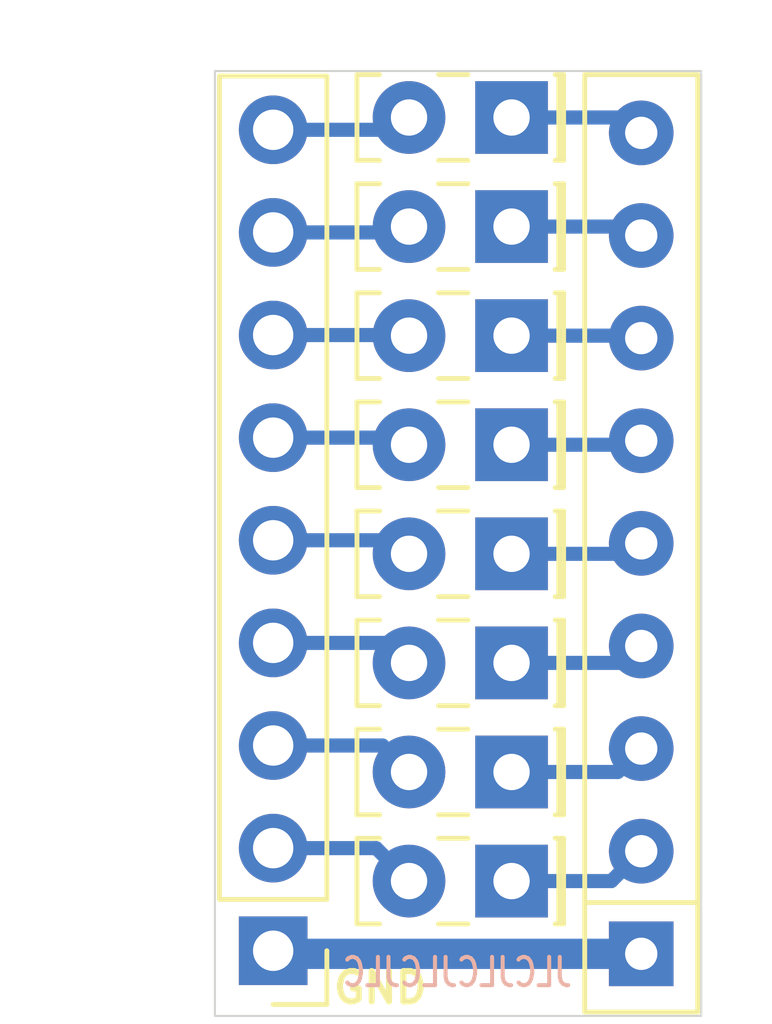
<source format=kicad_pcb>
(kicad_pcb (version 20171130) (host pcbnew "(5.1.10-1-10_14)")

  (general
    (thickness 1.6)
    (drawings 6)
    (tracks 34)
    (zones 0)
    (modules 10)
    (nets 18)
  )

  (page A4)
  (layers
    (0 F.Cu signal)
    (31 B.Cu signal)
    (32 B.Adhes user)
    (33 F.Adhes user)
    (34 B.Paste user)
    (35 F.Paste user)
    (36 B.SilkS user)
    (37 F.SilkS user)
    (38 B.Mask user)
    (39 F.Mask user)
    (40 Dwgs.User user)
    (41 Cmts.User user)
    (42 Eco1.User user)
    (43 Eco2.User user)
    (44 Edge.Cuts user)
    (45 Margin user)
    (46 B.CrtYd user)
    (47 F.CrtYd user)
    (48 B.Fab user)
    (49 F.Fab user)
  )

  (setup
    (last_trace_width 0.35)
    (trace_clearance 0.2)
    (zone_clearance 0.508)
    (zone_45_only no)
    (trace_min 0.2)
    (via_size 0.8)
    (via_drill 0.4)
    (via_min_size 0.4)
    (via_min_drill 0.3)
    (uvia_size 0.3)
    (uvia_drill 0.1)
    (uvias_allowed no)
    (uvia_min_size 0.2)
    (uvia_min_drill 0.1)
    (edge_width 0.05)
    (segment_width 0.2)
    (pcb_text_width 0.3)
    (pcb_text_size 1.5 1.5)
    (mod_edge_width 0.12)
    (mod_text_size 1 1)
    (mod_text_width 0.15)
    (pad_size 1.524 1.524)
    (pad_drill 0.762)
    (pad_to_mask_clearance 0)
    (aux_axis_origin 0 0)
    (visible_elements FFFFFF7F)
    (pcbplotparams
      (layerselection 0x010fc_ffffffff)
      (usegerberextensions false)
      (usegerberattributes true)
      (usegerberadvancedattributes true)
      (creategerberjobfile true)
      (excludeedgelayer true)
      (linewidth 0.100000)
      (plotframeref false)
      (viasonmask false)
      (mode 1)
      (useauxorigin false)
      (hpglpennumber 1)
      (hpglpenspeed 20)
      (hpglpendiameter 15.000000)
      (psnegative false)
      (psa4output false)
      (plotreference true)
      (plotvalue true)
      (plotinvisibletext false)
      (padsonsilk false)
      (subtractmaskfromsilk false)
      (outputformat 1)
      (mirror false)
      (drillshape 0)
      (scaleselection 1)
      (outputdirectory "gerber_v1.2"))
  )

  (net 0 "")
  (net 1 "Net-(D1-Pad1)")
  (net 2 "Net-(D1-Pad2)")
  (net 3 "Net-(D2-Pad2)")
  (net 4 "Net-(D2-Pad1)")
  (net 5 "Net-(D3-Pad1)")
  (net 6 "Net-(D3-Pad2)")
  (net 7 "Net-(D4-Pad2)")
  (net 8 "Net-(D4-Pad1)")
  (net 9 "Net-(D5-Pad1)")
  (net 10 "Net-(D5-Pad2)")
  (net 11 "Net-(D6-Pad2)")
  (net 12 "Net-(D6-Pad1)")
  (net 13 "Net-(D7-Pad1)")
  (net 14 "Net-(D7-Pad2)")
  (net 15 "Net-(D8-Pad2)")
  (net 16 "Net-(D8-Pad1)")
  (net 17 "Net-(J1-Pad1)")

  (net_class Default "This is the default net class."
    (clearance 0.2)
    (trace_width 0.35)
    (via_dia 0.8)
    (via_drill 0.4)
    (uvia_dia 0.3)
    (uvia_drill 0.1)
    (add_net "Net-(D1-Pad1)")
    (add_net "Net-(D1-Pad2)")
    (add_net "Net-(D2-Pad1)")
    (add_net "Net-(D2-Pad2)")
    (add_net "Net-(D3-Pad1)")
    (add_net "Net-(D3-Pad2)")
    (add_net "Net-(D4-Pad1)")
    (add_net "Net-(D4-Pad2)")
    (add_net "Net-(D5-Pad1)")
    (add_net "Net-(D5-Pad2)")
    (add_net "Net-(D6-Pad1)")
    (add_net "Net-(D6-Pad2)")
    (add_net "Net-(D7-Pad1)")
    (add_net "Net-(D7-Pad2)")
    (add_net "Net-(D8-Pad1)")
    (add_net "Net-(D8-Pad2)")
    (add_net "Net-(J1-Pad1)")
  )

  (module LED_THT:LED_Rectangular_W5.0mm_H2.0mm (layer F.Cu) (tedit 587A3A7B) (tstamp 60DD297D)
    (at 150 100 180)
    (descr "LED_Rectangular, Rectangular,  Rectangular size 5.0x2.0mm^2, 2 pins, http://www.kingbright.com/attachments/file/psearch/000/00/00/L-169XCGDK(Ver.9B).pdf")
    (tags "LED_Rectangular Rectangular  Rectangular size 5.0x2.0mm^2 2 pins")
    (path /60DCC8E5)
    (fp_text reference D1 (at 4.966 0.0256) (layer F.SilkS) hide
      (effects (font (size 1 1) (thickness 0.15)))
    )
    (fp_text value LED (at 1.27 2.06) (layer F.Fab)
      (effects (font (size 1 1) (thickness 0.15)))
    )
    (fp_line (start 4.1 -1.35) (end -1.55 -1.35) (layer F.CrtYd) (width 0.05))
    (fp_line (start 4.1 1.35) (end 4.1 -1.35) (layer F.CrtYd) (width 0.05))
    (fp_line (start -1.55 1.35) (end 4.1 1.35) (layer F.CrtYd) (width 0.05))
    (fp_line (start -1.55 -1.35) (end -1.55 1.35) (layer F.CrtYd) (width 0.05))
    (fp_line (start -1.17 -1.06) (end -1.17 1.06) (layer F.SilkS) (width 0.12))
    (fp_line (start 3.83 -1.06) (end 3.83 1.06) (layer F.SilkS) (width 0.12))
    (fp_line (start -1.29 -1.06) (end -1.29 1.06) (layer F.SilkS) (width 0.12))
    (fp_line (start 3.27 1.06) (end 3.83 1.06) (layer F.SilkS) (width 0.12))
    (fp_line (start 1.08 1.06) (end 1.811 1.06) (layer F.SilkS) (width 0.12))
    (fp_line (start -1.29 1.06) (end -1.08 1.06) (layer F.SilkS) (width 0.12))
    (fp_line (start 3.27 -1.06) (end 3.83 -1.06) (layer F.SilkS) (width 0.12))
    (fp_line (start 1.08 -1.06) (end 1.811 -1.06) (layer F.SilkS) (width 0.12))
    (fp_line (start -1.29 -1.06) (end -1.08 -1.06) (layer F.SilkS) (width 0.12))
    (fp_line (start 3.77 -1) (end -1.23 -1) (layer F.Fab) (width 0.1))
    (fp_line (start 3.77 1) (end 3.77 -1) (layer F.Fab) (width 0.1))
    (fp_line (start -1.23 1) (end 3.77 1) (layer F.Fab) (width 0.1))
    (fp_line (start -1.23 -1) (end -1.23 1) (layer F.Fab) (width 0.1))
    (pad 1 thru_hole rect (at 0 0 180) (size 1.8 1.8) (drill 0.9) (layers *.Cu *.Mask)
      (net 1 "Net-(D1-Pad1)"))
    (pad 2 thru_hole circle (at 2.54 0 180) (size 1.8 1.8) (drill 0.9) (layers *.Cu *.Mask)
      (net 2 "Net-(D1-Pad2)"))
    (model ${KISYS3DMOD}/LED_THT.3dshapes/LED_Rectangular_W5.0mm_H2.0mm.wrl
      (at (xyz 0 0 0))
      (scale (xyz 1 1 1))
      (rotate (xyz 0 0 0))
    )
  )

  (module LED_THT:LED_Rectangular_W5.0mm_H2.0mm (layer F.Cu) (tedit 587A3A7B) (tstamp 60DD3900)
    (at 150 102.7 180)
    (descr "LED_Rectangular, Rectangular,  Rectangular size 5.0x2.0mm^2, 2 pins, http://www.kingbright.com/attachments/file/psearch/000/00/00/L-169XCGDK(Ver.9B).pdf")
    (tags "LED_Rectangular Rectangular  Rectangular size 5.0x2.0mm^2 2 pins")
    (path /60DCE241)
    (fp_text reference D2 (at 1.27 -2.06) (layer F.SilkS) hide
      (effects (font (size 1 1) (thickness 0.15)))
    )
    (fp_text value LED (at 1.27 2.06) (layer F.Fab)
      (effects (font (size 1 1) (thickness 0.15)))
    )
    (fp_line (start -1.23 -1) (end -1.23 1) (layer F.Fab) (width 0.1))
    (fp_line (start -1.23 1) (end 3.77 1) (layer F.Fab) (width 0.1))
    (fp_line (start 3.77 1) (end 3.77 -1) (layer F.Fab) (width 0.1))
    (fp_line (start 3.77 -1) (end -1.23 -1) (layer F.Fab) (width 0.1))
    (fp_line (start -1.29 -1.06) (end -1.08 -1.06) (layer F.SilkS) (width 0.12))
    (fp_line (start 1.08 -1.06) (end 1.811 -1.06) (layer F.SilkS) (width 0.12))
    (fp_line (start 3.27 -1.06) (end 3.83 -1.06) (layer F.SilkS) (width 0.12))
    (fp_line (start -1.29 1.06) (end -1.08 1.06) (layer F.SilkS) (width 0.12))
    (fp_line (start 1.08 1.06) (end 1.811 1.06) (layer F.SilkS) (width 0.12))
    (fp_line (start 3.27 1.06) (end 3.83 1.06) (layer F.SilkS) (width 0.12))
    (fp_line (start -1.29 -1.06) (end -1.29 1.06) (layer F.SilkS) (width 0.12))
    (fp_line (start 3.83 -1.06) (end 3.83 1.06) (layer F.SilkS) (width 0.12))
    (fp_line (start -1.17 -1.06) (end -1.17 1.06) (layer F.SilkS) (width 0.12))
    (fp_line (start -1.55 -1.35) (end -1.55 1.35) (layer F.CrtYd) (width 0.05))
    (fp_line (start -1.55 1.35) (end 4.1 1.35) (layer F.CrtYd) (width 0.05))
    (fp_line (start 4.1 1.35) (end 4.1 -1.35) (layer F.CrtYd) (width 0.05))
    (fp_line (start 4.1 -1.35) (end -1.55 -1.35) (layer F.CrtYd) (width 0.05))
    (pad 2 thru_hole circle (at 2.54 0 180) (size 1.8 1.8) (drill 0.9) (layers *.Cu *.Mask)
      (net 3 "Net-(D2-Pad2)"))
    (pad 1 thru_hole rect (at 0 0 180) (size 1.8 1.8) (drill 0.9) (layers *.Cu *.Mask)
      (net 4 "Net-(D2-Pad1)"))
    (model ${KISYS3DMOD}/LED_THT.3dshapes/LED_Rectangular_W5.0mm_H2.0mm.wrl
      (at (xyz 0 0 0))
      (scale (xyz 1 1 1))
      (rotate (xyz 0 0 0))
    )
  )

  (module LED_THT:LED_Rectangular_W5.0mm_H2.0mm (layer F.Cu) (tedit 587A3A7B) (tstamp 60DD29AB)
    (at 150 105.4 180)
    (descr "LED_Rectangular, Rectangular,  Rectangular size 5.0x2.0mm^2, 2 pins, http://www.kingbright.com/attachments/file/psearch/000/00/00/L-169XCGDK(Ver.9B).pdf")
    (tags "LED_Rectangular Rectangular  Rectangular size 5.0x2.0mm^2 2 pins")
    (path /60DCEAFD)
    (fp_text reference D3 (at 1.27 -2.06) (layer F.SilkS) hide
      (effects (font (size 1 1) (thickness 0.15)))
    )
    (fp_text value LED (at 1.27 2.06) (layer F.Fab)
      (effects (font (size 1 1) (thickness 0.15)))
    )
    (fp_line (start 4.1 -1.35) (end -1.55 -1.35) (layer F.CrtYd) (width 0.05))
    (fp_line (start 4.1 1.35) (end 4.1 -1.35) (layer F.CrtYd) (width 0.05))
    (fp_line (start -1.55 1.35) (end 4.1 1.35) (layer F.CrtYd) (width 0.05))
    (fp_line (start -1.55 -1.35) (end -1.55 1.35) (layer F.CrtYd) (width 0.05))
    (fp_line (start -1.17 -1.06) (end -1.17 1.06) (layer F.SilkS) (width 0.12))
    (fp_line (start 3.83 -1.06) (end 3.83 1.06) (layer F.SilkS) (width 0.12))
    (fp_line (start -1.29 -1.06) (end -1.29 1.06) (layer F.SilkS) (width 0.12))
    (fp_line (start 3.27 1.06) (end 3.83 1.06) (layer F.SilkS) (width 0.12))
    (fp_line (start 1.08 1.06) (end 1.811 1.06) (layer F.SilkS) (width 0.12))
    (fp_line (start -1.29 1.06) (end -1.08 1.06) (layer F.SilkS) (width 0.12))
    (fp_line (start 3.27 -1.06) (end 3.83 -1.06) (layer F.SilkS) (width 0.12))
    (fp_line (start 1.08 -1.06) (end 1.811 -1.06) (layer F.SilkS) (width 0.12))
    (fp_line (start -1.29 -1.06) (end -1.08 -1.06) (layer F.SilkS) (width 0.12))
    (fp_line (start 3.77 -1) (end -1.23 -1) (layer F.Fab) (width 0.1))
    (fp_line (start 3.77 1) (end 3.77 -1) (layer F.Fab) (width 0.1))
    (fp_line (start -1.23 1) (end 3.77 1) (layer F.Fab) (width 0.1))
    (fp_line (start -1.23 -1) (end -1.23 1) (layer F.Fab) (width 0.1))
    (pad 1 thru_hole rect (at 0 0 180) (size 1.8 1.8) (drill 0.9) (layers *.Cu *.Mask)
      (net 5 "Net-(D3-Pad1)"))
    (pad 2 thru_hole circle (at 2.54 0 180) (size 1.8 1.8) (drill 0.9) (layers *.Cu *.Mask)
      (net 6 "Net-(D3-Pad2)"))
    (model ${KISYS3DMOD}/LED_THT.3dshapes/LED_Rectangular_W5.0mm_H2.0mm.wrl
      (at (xyz 0 0 0))
      (scale (xyz 1 1 1))
      (rotate (xyz 0 0 0))
    )
  )

  (module LED_THT:LED_Rectangular_W5.0mm_H2.0mm (layer F.Cu) (tedit 587A3A7B) (tstamp 60DD29C2)
    (at 150 108.1 180)
    (descr "LED_Rectangular, Rectangular,  Rectangular size 5.0x2.0mm^2, 2 pins, http://www.kingbright.com/attachments/file/psearch/000/00/00/L-169XCGDK(Ver.9B).pdf")
    (tags "LED_Rectangular Rectangular  Rectangular size 5.0x2.0mm^2 2 pins")
    (path /60DCF1D9)
    (fp_text reference D4 (at 1.27 -2.06) (layer F.SilkS) hide
      (effects (font (size 1 1) (thickness 0.15)))
    )
    (fp_text value LED (at 1.27 2.06) (layer F.Fab)
      (effects (font (size 1 1) (thickness 0.15)))
    )
    (fp_line (start -1.23 -1) (end -1.23 1) (layer F.Fab) (width 0.1))
    (fp_line (start -1.23 1) (end 3.77 1) (layer F.Fab) (width 0.1))
    (fp_line (start 3.77 1) (end 3.77 -1) (layer F.Fab) (width 0.1))
    (fp_line (start 3.77 -1) (end -1.23 -1) (layer F.Fab) (width 0.1))
    (fp_line (start -1.29 -1.06) (end -1.08 -1.06) (layer F.SilkS) (width 0.12))
    (fp_line (start 1.08 -1.06) (end 1.811 -1.06) (layer F.SilkS) (width 0.12))
    (fp_line (start 3.27 -1.06) (end 3.83 -1.06) (layer F.SilkS) (width 0.12))
    (fp_line (start -1.29 1.06) (end -1.08 1.06) (layer F.SilkS) (width 0.12))
    (fp_line (start 1.08 1.06) (end 1.811 1.06) (layer F.SilkS) (width 0.12))
    (fp_line (start 3.27 1.06) (end 3.83 1.06) (layer F.SilkS) (width 0.12))
    (fp_line (start -1.29 -1.06) (end -1.29 1.06) (layer F.SilkS) (width 0.12))
    (fp_line (start 3.83 -1.06) (end 3.83 1.06) (layer F.SilkS) (width 0.12))
    (fp_line (start -1.17 -1.06) (end -1.17 1.06) (layer F.SilkS) (width 0.12))
    (fp_line (start -1.55 -1.35) (end -1.55 1.35) (layer F.CrtYd) (width 0.05))
    (fp_line (start -1.55 1.35) (end 4.1 1.35) (layer F.CrtYd) (width 0.05))
    (fp_line (start 4.1 1.35) (end 4.1 -1.35) (layer F.CrtYd) (width 0.05))
    (fp_line (start 4.1 -1.35) (end -1.55 -1.35) (layer F.CrtYd) (width 0.05))
    (pad 2 thru_hole circle (at 2.54 0 180) (size 1.8 1.8) (drill 0.9) (layers *.Cu *.Mask)
      (net 7 "Net-(D4-Pad2)"))
    (pad 1 thru_hole rect (at 0 0 180) (size 1.8 1.8) (drill 0.9) (layers *.Cu *.Mask)
      (net 8 "Net-(D4-Pad1)"))
    (model ${KISYS3DMOD}/LED_THT.3dshapes/LED_Rectangular_W5.0mm_H2.0mm.wrl
      (at (xyz 0 0 0))
      (scale (xyz 1 1 1))
      (rotate (xyz 0 0 0))
    )
  )

  (module LED_THT:LED_Rectangular_W5.0mm_H2.0mm (layer F.Cu) (tedit 587A3A7B) (tstamp 60DD29D9)
    (at 150 110.8 180)
    (descr "LED_Rectangular, Rectangular,  Rectangular size 5.0x2.0mm^2, 2 pins, http://www.kingbright.com/attachments/file/psearch/000/00/00/L-169XCGDK(Ver.9B).pdf")
    (tags "LED_Rectangular Rectangular  Rectangular size 5.0x2.0mm^2 2 pins")
    (path /60DD3AAB)
    (fp_text reference D5 (at 1.27 -2.06) (layer F.SilkS) hide
      (effects (font (size 1 1) (thickness 0.15)))
    )
    (fp_text value LED (at 1.27 2.06) (layer F.Fab)
      (effects (font (size 1 1) (thickness 0.15)))
    )
    (fp_line (start 4.1 -1.35) (end -1.55 -1.35) (layer F.CrtYd) (width 0.05))
    (fp_line (start 4.1 1.35) (end 4.1 -1.35) (layer F.CrtYd) (width 0.05))
    (fp_line (start -1.55 1.35) (end 4.1 1.35) (layer F.CrtYd) (width 0.05))
    (fp_line (start -1.55 -1.35) (end -1.55 1.35) (layer F.CrtYd) (width 0.05))
    (fp_line (start -1.17 -1.06) (end -1.17 1.06) (layer F.SilkS) (width 0.12))
    (fp_line (start 3.83 -1.06) (end 3.83 1.06) (layer F.SilkS) (width 0.12))
    (fp_line (start -1.29 -1.06) (end -1.29 1.06) (layer F.SilkS) (width 0.12))
    (fp_line (start 3.27 1.06) (end 3.83 1.06) (layer F.SilkS) (width 0.12))
    (fp_line (start 1.08 1.06) (end 1.811 1.06) (layer F.SilkS) (width 0.12))
    (fp_line (start -1.29 1.06) (end -1.08 1.06) (layer F.SilkS) (width 0.12))
    (fp_line (start 3.27 -1.06) (end 3.83 -1.06) (layer F.SilkS) (width 0.12))
    (fp_line (start 1.08 -1.06) (end 1.811 -1.06) (layer F.SilkS) (width 0.12))
    (fp_line (start -1.29 -1.06) (end -1.08 -1.06) (layer F.SilkS) (width 0.12))
    (fp_line (start 3.77 -1) (end -1.23 -1) (layer F.Fab) (width 0.1))
    (fp_line (start 3.77 1) (end 3.77 -1) (layer F.Fab) (width 0.1))
    (fp_line (start -1.23 1) (end 3.77 1) (layer F.Fab) (width 0.1))
    (fp_line (start -1.23 -1) (end -1.23 1) (layer F.Fab) (width 0.1))
    (pad 1 thru_hole rect (at 0 0 180) (size 1.8 1.8) (drill 0.9) (layers *.Cu *.Mask)
      (net 9 "Net-(D5-Pad1)"))
    (pad 2 thru_hole circle (at 2.54 0 180) (size 1.8 1.8) (drill 0.9) (layers *.Cu *.Mask)
      (net 10 "Net-(D5-Pad2)"))
    (model ${KISYS3DMOD}/LED_THT.3dshapes/LED_Rectangular_W5.0mm_H2.0mm.wrl
      (at (xyz 0 0 0))
      (scale (xyz 1 1 1))
      (rotate (xyz 0 0 0))
    )
  )

  (module LED_THT:LED_Rectangular_W5.0mm_H2.0mm (layer F.Cu) (tedit 587A3A7B) (tstamp 60DD29F0)
    (at 150 113.5 180)
    (descr "LED_Rectangular, Rectangular,  Rectangular size 5.0x2.0mm^2, 2 pins, http://www.kingbright.com/attachments/file/psearch/000/00/00/L-169XCGDK(Ver.9B).pdf")
    (tags "LED_Rectangular Rectangular  Rectangular size 5.0x2.0mm^2 2 pins")
    (path /60DD3AB1)
    (fp_text reference D6 (at 1.27 -2.06) (layer F.SilkS) hide
      (effects (font (size 1 1) (thickness 0.15)))
    )
    (fp_text value LED (at 1.27 2.06) (layer F.Fab)
      (effects (font (size 1 1) (thickness 0.15)))
    )
    (fp_line (start -1.23 -1) (end -1.23 1) (layer F.Fab) (width 0.1))
    (fp_line (start -1.23 1) (end 3.77 1) (layer F.Fab) (width 0.1))
    (fp_line (start 3.77 1) (end 3.77 -1) (layer F.Fab) (width 0.1))
    (fp_line (start 3.77 -1) (end -1.23 -1) (layer F.Fab) (width 0.1))
    (fp_line (start -1.29 -1.06) (end -1.08 -1.06) (layer F.SilkS) (width 0.12))
    (fp_line (start 1.08 -1.06) (end 1.811 -1.06) (layer F.SilkS) (width 0.12))
    (fp_line (start 3.27 -1.06) (end 3.83 -1.06) (layer F.SilkS) (width 0.12))
    (fp_line (start -1.29 1.06) (end -1.08 1.06) (layer F.SilkS) (width 0.12))
    (fp_line (start 1.08 1.06) (end 1.811 1.06) (layer F.SilkS) (width 0.12))
    (fp_line (start 3.27 1.06) (end 3.83 1.06) (layer F.SilkS) (width 0.12))
    (fp_line (start -1.29 -1.06) (end -1.29 1.06) (layer F.SilkS) (width 0.12))
    (fp_line (start 3.83 -1.06) (end 3.83 1.06) (layer F.SilkS) (width 0.12))
    (fp_line (start -1.17 -1.06) (end -1.17 1.06) (layer F.SilkS) (width 0.12))
    (fp_line (start -1.55 -1.35) (end -1.55 1.35) (layer F.CrtYd) (width 0.05))
    (fp_line (start -1.55 1.35) (end 4.1 1.35) (layer F.CrtYd) (width 0.05))
    (fp_line (start 4.1 1.35) (end 4.1 -1.35) (layer F.CrtYd) (width 0.05))
    (fp_line (start 4.1 -1.35) (end -1.55 -1.35) (layer F.CrtYd) (width 0.05))
    (pad 2 thru_hole circle (at 2.54 0 180) (size 1.8 1.8) (drill 0.9) (layers *.Cu *.Mask)
      (net 11 "Net-(D6-Pad2)"))
    (pad 1 thru_hole rect (at 0 0 180) (size 1.8 1.8) (drill 0.9) (layers *.Cu *.Mask)
      (net 12 "Net-(D6-Pad1)"))
    (model ${KISYS3DMOD}/LED_THT.3dshapes/LED_Rectangular_W5.0mm_H2.0mm.wrl
      (at (xyz 0 0 0))
      (scale (xyz 1 1 1))
      (rotate (xyz 0 0 0))
    )
  )

  (module LED_THT:LED_Rectangular_W5.0mm_H2.0mm (layer F.Cu) (tedit 587A3A7B) (tstamp 60DD2A07)
    (at 150 116.2 180)
    (descr "LED_Rectangular, Rectangular,  Rectangular size 5.0x2.0mm^2, 2 pins, http://www.kingbright.com/attachments/file/psearch/000/00/00/L-169XCGDK(Ver.9B).pdf")
    (tags "LED_Rectangular Rectangular  Rectangular size 5.0x2.0mm^2 2 pins")
    (path /60DD3AB7)
    (fp_text reference D7 (at 1.27 -2.06) (layer F.SilkS) hide
      (effects (font (size 1 1) (thickness 0.15)))
    )
    (fp_text value LED (at 1.27 2.06) (layer F.Fab)
      (effects (font (size 1 1) (thickness 0.15)))
    )
    (fp_line (start 4.1 -1.35) (end -1.55 -1.35) (layer F.CrtYd) (width 0.05))
    (fp_line (start 4.1 1.35) (end 4.1 -1.35) (layer F.CrtYd) (width 0.05))
    (fp_line (start -1.55 1.35) (end 4.1 1.35) (layer F.CrtYd) (width 0.05))
    (fp_line (start -1.55 -1.35) (end -1.55 1.35) (layer F.CrtYd) (width 0.05))
    (fp_line (start -1.17 -1.06) (end -1.17 1.06) (layer F.SilkS) (width 0.12))
    (fp_line (start 3.83 -1.06) (end 3.83 1.06) (layer F.SilkS) (width 0.12))
    (fp_line (start -1.29 -1.06) (end -1.29 1.06) (layer F.SilkS) (width 0.12))
    (fp_line (start 3.27 1.06) (end 3.83 1.06) (layer F.SilkS) (width 0.12))
    (fp_line (start 1.08 1.06) (end 1.811 1.06) (layer F.SilkS) (width 0.12))
    (fp_line (start -1.29 1.06) (end -1.08 1.06) (layer F.SilkS) (width 0.12))
    (fp_line (start 3.27 -1.06) (end 3.83 -1.06) (layer F.SilkS) (width 0.12))
    (fp_line (start 1.08 -1.06) (end 1.811 -1.06) (layer F.SilkS) (width 0.12))
    (fp_line (start -1.29 -1.06) (end -1.08 -1.06) (layer F.SilkS) (width 0.12))
    (fp_line (start 3.77 -1) (end -1.23 -1) (layer F.Fab) (width 0.1))
    (fp_line (start 3.77 1) (end 3.77 -1) (layer F.Fab) (width 0.1))
    (fp_line (start -1.23 1) (end 3.77 1) (layer F.Fab) (width 0.1))
    (fp_line (start -1.23 -1) (end -1.23 1) (layer F.Fab) (width 0.1))
    (pad 1 thru_hole rect (at 0 0 180) (size 1.8 1.8) (drill 0.9) (layers *.Cu *.Mask)
      (net 13 "Net-(D7-Pad1)"))
    (pad 2 thru_hole circle (at 2.54 0 180) (size 1.8 1.8) (drill 0.9) (layers *.Cu *.Mask)
      (net 14 "Net-(D7-Pad2)"))
    (model ${KISYS3DMOD}/LED_THT.3dshapes/LED_Rectangular_W5.0mm_H2.0mm.wrl
      (at (xyz 0 0 0))
      (scale (xyz 1 1 1))
      (rotate (xyz 0 0 0))
    )
  )

  (module LED_THT:LED_Rectangular_W5.0mm_H2.0mm (layer F.Cu) (tedit 587A3A7B) (tstamp 60DD2A1E)
    (at 150 118.9 180)
    (descr "LED_Rectangular, Rectangular,  Rectangular size 5.0x2.0mm^2, 2 pins, http://www.kingbright.com/attachments/file/psearch/000/00/00/L-169XCGDK(Ver.9B).pdf")
    (tags "LED_Rectangular Rectangular  Rectangular size 5.0x2.0mm^2 2 pins")
    (path /60DD3ABD)
    (fp_text reference D8 (at 1.27 -2.06) (layer F.SilkS) hide
      (effects (font (size 1 1) (thickness 0.15)))
    )
    (fp_text value LED (at 1.27 2.06) (layer F.Fab)
      (effects (font (size 1 1) (thickness 0.15)))
    )
    (fp_line (start -1.23 -1) (end -1.23 1) (layer F.Fab) (width 0.1))
    (fp_line (start -1.23 1) (end 3.77 1) (layer F.Fab) (width 0.1))
    (fp_line (start 3.77 1) (end 3.77 -1) (layer F.Fab) (width 0.1))
    (fp_line (start 3.77 -1) (end -1.23 -1) (layer F.Fab) (width 0.1))
    (fp_line (start -1.29 -1.06) (end -1.08 -1.06) (layer F.SilkS) (width 0.12))
    (fp_line (start 1.08 -1.06) (end 1.811 -1.06) (layer F.SilkS) (width 0.12))
    (fp_line (start 3.27 -1.06) (end 3.83 -1.06) (layer F.SilkS) (width 0.12))
    (fp_line (start -1.29 1.06) (end -1.08 1.06) (layer F.SilkS) (width 0.12))
    (fp_line (start 1.08 1.06) (end 1.811 1.06) (layer F.SilkS) (width 0.12))
    (fp_line (start 3.27 1.06) (end 3.83 1.06) (layer F.SilkS) (width 0.12))
    (fp_line (start -1.29 -1.06) (end -1.29 1.06) (layer F.SilkS) (width 0.12))
    (fp_line (start 3.83 -1.06) (end 3.83 1.06) (layer F.SilkS) (width 0.12))
    (fp_line (start -1.17 -1.06) (end -1.17 1.06) (layer F.SilkS) (width 0.12))
    (fp_line (start -1.55 -1.35) (end -1.55 1.35) (layer F.CrtYd) (width 0.05))
    (fp_line (start -1.55 1.35) (end 4.1 1.35) (layer F.CrtYd) (width 0.05))
    (fp_line (start 4.1 1.35) (end 4.1 -1.35) (layer F.CrtYd) (width 0.05))
    (fp_line (start 4.1 -1.35) (end -1.55 -1.35) (layer F.CrtYd) (width 0.05))
    (pad 2 thru_hole circle (at 2.54 0 180) (size 1.8 1.8) (drill 0.9) (layers *.Cu *.Mask)
      (net 15 "Net-(D8-Pad2)"))
    (pad 1 thru_hole rect (at 0 0 180) (size 1.8 1.8) (drill 0.9) (layers *.Cu *.Mask)
      (net 16 "Net-(D8-Pad1)"))
    (model ${KISYS3DMOD}/LED_THT.3dshapes/LED_Rectangular_W5.0mm_H2.0mm.wrl
      (at (xyz 0 0 0))
      (scale (xyz 1 1 1))
      (rotate (xyz 0 0 0))
    )
  )

  (module Connector_PinHeader_2.54mm:PinHeader_1x09_P2.54mm_Vertical (layer F.Cu) (tedit 59FED5CC) (tstamp 60DD2A3B)
    (at 144.0942 120.6246 180)
    (descr "Through hole straight pin header, 1x09, 2.54mm pitch, single row")
    (tags "Through hole pin header THT 1x09 2.54mm single row")
    (path /60DE3227)
    (fp_text reference J1 (at 0 -2.33) (layer F.SilkS) hide
      (effects (font (size 1 1) (thickness 0.15)))
    )
    (fp_text value Conn_01x09_Male (at 0 22.65) (layer F.Fab)
      (effects (font (size 1 1) (thickness 0.15)))
    )
    (fp_line (start 1.8 -1.8) (end -1.8 -1.8) (layer F.CrtYd) (width 0.05))
    (fp_line (start 1.8 22.1) (end 1.8 -1.8) (layer F.CrtYd) (width 0.05))
    (fp_line (start -1.8 22.1) (end 1.8 22.1) (layer F.CrtYd) (width 0.05))
    (fp_line (start -1.8 -1.8) (end -1.8 22.1) (layer F.CrtYd) (width 0.05))
    (fp_line (start -1.33 -1.33) (end 0 -1.33) (layer F.SilkS) (width 0.12))
    (fp_line (start -1.33 0) (end -1.33 -1.33) (layer F.SilkS) (width 0.12))
    (fp_line (start -1.33 1.27) (end 1.33 1.27) (layer F.SilkS) (width 0.12))
    (fp_line (start 1.33 1.27) (end 1.33 21.65) (layer F.SilkS) (width 0.12))
    (fp_line (start -1.33 1.27) (end -1.33 21.65) (layer F.SilkS) (width 0.12))
    (fp_line (start -1.33 21.65) (end 1.33 21.65) (layer F.SilkS) (width 0.12))
    (fp_line (start -1.27 -0.635) (end -0.635 -1.27) (layer F.Fab) (width 0.1))
    (fp_line (start -1.27 21.59) (end -1.27 -0.635) (layer F.Fab) (width 0.1))
    (fp_line (start 1.27 21.59) (end -1.27 21.59) (layer F.Fab) (width 0.1))
    (fp_line (start 1.27 -1.27) (end 1.27 21.59) (layer F.Fab) (width 0.1))
    (fp_line (start -0.635 -1.27) (end 1.27 -1.27) (layer F.Fab) (width 0.1))
    (fp_text user %R (at 0 10.16 90) (layer F.Fab)
      (effects (font (size 1 1) (thickness 0.15)))
    )
    (pad 1 thru_hole rect (at 0 0 180) (size 1.7 1.7) (drill 1) (layers *.Cu *.Mask)
      (net 17 "Net-(J1-Pad1)"))
    (pad 2 thru_hole oval (at 0 2.54 180) (size 1.7 1.7) (drill 1) (layers *.Cu *.Mask)
      (net 15 "Net-(D8-Pad2)"))
    (pad 3 thru_hole oval (at 0 5.08 180) (size 1.7 1.7) (drill 1) (layers *.Cu *.Mask)
      (net 14 "Net-(D7-Pad2)"))
    (pad 4 thru_hole oval (at 0 7.62 180) (size 1.7 1.7) (drill 1) (layers *.Cu *.Mask)
      (net 11 "Net-(D6-Pad2)"))
    (pad 5 thru_hole oval (at 0 10.16 180) (size 1.7 1.7) (drill 1) (layers *.Cu *.Mask)
      (net 10 "Net-(D5-Pad2)"))
    (pad 6 thru_hole oval (at 0 12.7 180) (size 1.7 1.7) (drill 1) (layers *.Cu *.Mask)
      (net 7 "Net-(D4-Pad2)"))
    (pad 7 thru_hole oval (at 0 15.24 180) (size 1.7 1.7) (drill 1) (layers *.Cu *.Mask)
      (net 6 "Net-(D3-Pad2)"))
    (pad 8 thru_hole oval (at 0 17.78 180) (size 1.7 1.7) (drill 1) (layers *.Cu *.Mask)
      (net 3 "Net-(D2-Pad2)"))
    (pad 9 thru_hole oval (at 0 20.32 180) (size 1.7 1.7) (drill 1) (layers *.Cu *.Mask)
      (net 2 "Net-(D1-Pad2)"))
    (model ${KISYS3DMOD}/Connector_PinHeader_2.54mm.3dshapes/PinHeader_1x09_P2.54mm_Vertical.wrl
      (at (xyz 0 0 0))
      (scale (xyz 1 1 1))
      (rotate (xyz 0 0 0))
    )
  )

  (module Resistor_THT:R_Array_SIP9 (layer F.Cu) (tedit 5A14249F) (tstamp 60DD2A57)
    (at 153.2128 120.7008 90)
    (descr "9-pin Resistor SIP pack")
    (tags R)
    (path /60DDAF20)
    (fp_text reference RN1 (at 11.43 -2.4 90) (layer F.SilkS) hide
      (effects (font (size 1 1) (thickness 0.15)))
    )
    (fp_text value R_Network08_US (at 11.43 2.4 90) (layer F.Fab)
      (effects (font (size 1 1) (thickness 0.15)))
    )
    (fp_line (start 22.05 -1.65) (end -1.7 -1.65) (layer F.CrtYd) (width 0.05))
    (fp_line (start 22.05 1.65) (end 22.05 -1.65) (layer F.CrtYd) (width 0.05))
    (fp_line (start -1.7 1.65) (end 22.05 1.65) (layer F.CrtYd) (width 0.05))
    (fp_line (start -1.7 -1.65) (end -1.7 1.65) (layer F.CrtYd) (width 0.05))
    (fp_line (start 1.27 -1.4) (end 1.27 1.4) (layer F.SilkS) (width 0.12))
    (fp_line (start 21.76 -1.4) (end -1.44 -1.4) (layer F.SilkS) (width 0.12))
    (fp_line (start 21.76 1.4) (end 21.76 -1.4) (layer F.SilkS) (width 0.12))
    (fp_line (start -1.44 1.4) (end 21.76 1.4) (layer F.SilkS) (width 0.12))
    (fp_line (start -1.44 -1.4) (end -1.44 1.4) (layer F.SilkS) (width 0.12))
    (fp_line (start 1.27 -1.25) (end 1.27 1.25) (layer F.Fab) (width 0.1))
    (fp_line (start 21.61 -1.25) (end -1.29 -1.25) (layer F.Fab) (width 0.1))
    (fp_line (start 21.61 1.25) (end 21.61 -1.25) (layer F.Fab) (width 0.1))
    (fp_line (start -1.29 1.25) (end 21.61 1.25) (layer F.Fab) (width 0.1))
    (fp_line (start -1.29 -1.25) (end -1.29 1.25) (layer F.Fab) (width 0.1))
    (fp_text user %R (at 10.16 0 90) (layer F.Fab)
      (effects (font (size 1 1) (thickness 0.15)))
    )
    (pad 1 thru_hole rect (at 0 0 90) (size 1.6 1.6) (drill 0.8) (layers *.Cu *.Mask)
      (net 17 "Net-(J1-Pad1)"))
    (pad 2 thru_hole oval (at 2.54 0 90) (size 1.6 1.6) (drill 0.8) (layers *.Cu *.Mask)
      (net 16 "Net-(D8-Pad1)"))
    (pad 3 thru_hole oval (at 5.08 0 90) (size 1.6 1.6) (drill 0.8) (layers *.Cu *.Mask)
      (net 13 "Net-(D7-Pad1)"))
    (pad 4 thru_hole oval (at 7.62 0 90) (size 1.6 1.6) (drill 0.8) (layers *.Cu *.Mask)
      (net 12 "Net-(D6-Pad1)"))
    (pad 5 thru_hole oval (at 10.16 0 90) (size 1.6 1.6) (drill 0.8) (layers *.Cu *.Mask)
      (net 9 "Net-(D5-Pad1)"))
    (pad 6 thru_hole oval (at 12.7 0 90) (size 1.6 1.6) (drill 0.8) (layers *.Cu *.Mask)
      (net 8 "Net-(D4-Pad1)"))
    (pad 7 thru_hole oval (at 15.24 0 90) (size 1.6 1.6) (drill 0.8) (layers *.Cu *.Mask)
      (net 5 "Net-(D3-Pad1)"))
    (pad 8 thru_hole oval (at 17.78 0 90) (size 1.6 1.6) (drill 0.8) (layers *.Cu *.Mask)
      (net 4 "Net-(D2-Pad1)"))
    (pad 9 thru_hole oval (at 20.32 0 90) (size 1.6 1.6) (drill 0.8) (layers *.Cu *.Mask)
      (net 1 "Net-(D1-Pad1)"))
    (model ${KISYS3DMOD}/Resistor_THT.3dshapes/R_Array_SIP9.wrl
      (at (xyz 0 0 0))
      (scale (xyz 1 1 1))
      (rotate (xyz 0 0 0))
    )
  )

  (gr_text JLCJLCJLCJLC (at 148.6535 121.158) (layer B.SilkS)
    (effects (font (size 0.7 0.55) (thickness 0.1)) (justify mirror))
  )
  (gr_text GND (at 146.7485 121.539) (layer F.SilkS)
    (effects (font (size 0.75 0.75) (thickness 0.15)))
  )
  (gr_line (start 142.65 122.2375) (end 142.65 98.85) (layer Edge.Cuts) (width 0.05) (tstamp 60DD3865))
  (gr_line (start 154.7 122.2375) (end 142.65 122.2375) (layer Edge.Cuts) (width 0.05))
  (gr_line (start 154.7 98.85) (end 154.7 122.2375) (layer Edge.Cuts) (width 0.05) (tstamp 6107E805))
  (gr_line (start 142.65 98.85) (end 154.7 98.85) (layer Edge.Cuts) (width 0.05))

  (segment (start 152.832 100) (end 153.2128 100.3808) (width 0.35) (layer B.Cu) (net 1))
  (segment (start 150 100) (end 152.832 100) (width 0.35) (layer B.Cu) (net 1))
  (segment (start 147.1554 100.3046) (end 147.46 100) (width 0.35) (layer B.Cu) (net 2))
  (segment (start 144.0942 100.3046) (end 147.1554 100.3046) (width 0.35) (layer B.Cu) (net 2))
  (segment (start 147.3154 102.8446) (end 147.46 102.7) (width 0.35) (layer B.Cu) (net 3))
  (segment (start 144.0942 102.8446) (end 147.3154 102.8446) (width 0.35) (layer B.Cu) (net 3))
  (segment (start 152.992 102.7) (end 153.2128 102.9208) (width 0.35) (layer B.Cu) (net 4))
  (segment (start 150 102.7) (end 152.992 102.7) (width 0.35) (layer B.Cu) (net 4))
  (segment (start 153.152 105.4) (end 153.2128 105.4608) (width 0.35) (layer B.Cu) (net 5))
  (segment (start 150 105.4) (end 153.152 105.4) (width 0.35) (layer B.Cu) (net 5))
  (segment (start 147.4446 105.3846) (end 147.46 105.4) (width 0.35) (layer B.Cu) (net 6))
  (segment (start 144.0942 105.3846) (end 147.4446 105.3846) (width 0.35) (layer B.Cu) (net 6))
  (segment (start 147.2846 107.9246) (end 147.46 108.1) (width 0.35) (layer B.Cu) (net 7))
  (segment (start 144.0942 107.9246) (end 147.2846 107.9246) (width 0.35) (layer B.Cu) (net 7))
  (segment (start 153.1136 108.1) (end 153.2128 108.0008) (width 0.35) (layer B.Cu) (net 8))
  (segment (start 150 108.1) (end 153.1136 108.1) (width 0.35) (layer B.Cu) (net 8))
  (segment (start 152.9536 110.8) (end 153.2128 110.5408) (width 0.35) (layer B.Cu) (net 9))
  (segment (start 150 110.8) (end 152.9536 110.8) (width 0.35) (layer B.Cu) (net 9))
  (segment (start 147.1246 110.4646) (end 147.46 110.8) (width 0.35) (layer B.Cu) (net 10))
  (segment (start 144.0942 110.4646) (end 147.1246 110.4646) (width 0.35) (layer B.Cu) (net 10))
  (segment (start 146.9646 113.0046) (end 147.46 113.5) (width 0.35) (layer B.Cu) (net 11))
  (segment (start 144.0942 113.0046) (end 146.9646 113.0046) (width 0.35) (layer B.Cu) (net 11))
  (segment (start 152.7936 113.5) (end 153.2128 113.0808) (width 0.35) (layer B.Cu) (net 12))
  (segment (start 150 113.5) (end 152.7936 113.5) (width 0.35) (layer B.Cu) (net 12))
  (segment (start 152.6336 116.2) (end 153.2128 115.6208) (width 0.35) (layer B.Cu) (net 13))
  (segment (start 150 116.2) (end 152.6336 116.2) (width 0.35) (layer B.Cu) (net 13))
  (segment (start 146.8046 115.5446) (end 147.46 116.2) (width 0.35) (layer B.Cu) (net 14))
  (segment (start 144.0942 115.5446) (end 146.8046 115.5446) (width 0.35) (layer B.Cu) (net 14))
  (segment (start 146.6446 118.0846) (end 147.46 118.9) (width 0.35) (layer B.Cu) (net 15))
  (segment (start 144.0942 118.0846) (end 146.6446 118.0846) (width 0.35) (layer B.Cu) (net 15))
  (segment (start 152.4736 118.9) (end 153.2128 118.1608) (width 0.35) (layer B.Cu) (net 16))
  (segment (start 150 118.9) (end 152.4736 118.9) (width 0.35) (layer B.Cu) (net 16))
  (segment (start 144.1704 120.7008) (end 144.0942 120.6246) (width 0.25) (layer B.Cu) (net 17))
  (segment (start 153.2128 120.7008) (end 144.1704 120.7008) (width 0.75) (layer B.Cu) (net 17))

)

</source>
